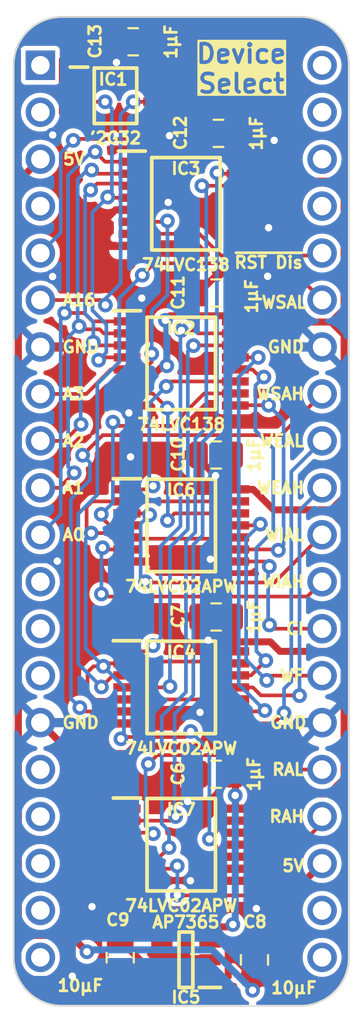
<source format=kicad_pcb>
(kicad_pcb (version 20221018) (generator pcbnew)
  (layers (0 "F.Cu" signal) (31 "B.Cu" signal) (36 "B.SilkS" user "B.Silkscreen") (37 "F.SilkS" user "F.Silkscreen") (38 "B.Mask" user) (39 "F.Mask" user) (44 "Edge.Cuts" user))
  (net 0 "")
  (net 1 "/5V")
  (net 2 "/GND")
  (net 3 "/3.3V")
  (net 10 "/Config ~{CS}")
  (net 11 "/Device ~{CS}")
  (net 12 "/A16")
  (net 13 "/A0")
  (net 14 "/A1")
  (net 15 "/A2")
  (net 16 "/A3")
  (net 17 "/Write Flags ~{CS}")
  (net 18 "/Clear Interrupt ~{CS}")
  (net 19 "/Write Interrupt Address High ~{CS}")
  (net 20 "/Write Interrupt Address Low ~{CS}")
  (net 21 "/Write End Address High ~{CS}")
  (net 22 "/Write End Address Low ~{CS}")
  (net 23 "/Write Start Address High ~{CS}")
  (net 24 "/Write Start Address Low ~{CS}")
  (net 25 "/Reset Disable ~{CS}")
  (net 31 "/Read Address High ~{CS}")
  (net 32 "/Read Address Low ~{CS}")
  (net 33 "/~{WD}")
  (net 34 "/Write Start Address Low")
  (net 35 "/Write Start Address High")
  (net 36 "/Write End Address Low")
  (net 37 "/Write End Address High")
  (net 38 "/Write Interrupt Address Low")
  (net 39 "/Write Interrupt Address High")
  (net 40 "/Clear Interrupt")
  (net 41 "/Write Flags")
  (net 42 "/~{RD}")
  (net 43 "/Read Address Low")
  (net 44 "/Read Address High")
  (footprint "SamacSys_Parts:SOP65P640X110-14N" (layer "F.Cu") (at 96.52 100.584)
    (fp_text reference "IC7")
    (fp_text value "74LVC02APW,118" hide)
  )
  (footprint "SamacSys_Parts:SOP65P640X110-14N" (layer "F.Cu") (at 96.52 92.075)
    (fp_text reference "IC4")
    (fp_text value "74LVC02APW,118" hide)
  )
  (footprint "SamacSys_Parts:SOP65P640X110-16N" (layer "F.Cu") (at 96.52 74.549)
    (fp_text reference "IC2")
    (fp_text value "74LVC138APW-Q100J" hide)
  )
  (footprint "SamacSys_Parts:C_0805" (layer "F.Cu") (at 98.425 88.265 90)
    (fp_text reference "C7")
    (fp_text value "1μF")
  )
  (footprint "SamacSys_Parts:C_0805" (layer "F.Cu") (at 98.425 79.502 90)
    (fp_text reference "C10")
    (fp_text value "1μF")
  )
  (footprint "SamacSys_Parts:C_0805" (layer "F.Cu") (at 98.552 62.103 90)
    (fp_text reference "C12")
    (fp_text value "1μF")
  )
  (footprint "SamacSys_Parts:C_0805" (layer "F.Cu") (at 98.425 70.739 90)
    (fp_text reference "C11")
    (fp_text value "1μF")
  )
  (footprint "SamacSys_Parts:C_0805" (layer "F.Cu") (at 100.4824 106.8324)
    (fp_text reference "C8")
    (fp_text value "10µF")
  )
  (footprint "SamacSys_Parts:C_0805" (layer "F.Cu") (at 98.425 96.774 90)
    (fp_text reference "C6")
    (fp_text value "1μF")
  )
  (footprint "SamacSys_Parts:SOP65P640X110-16N" (layer "F.Cu") (at 96.774 65.913)
    (fp_text reference "IC3")
    (fp_text value "74LVC138APW-Q100J" hide)
  )
  (footprint "SamacSys_Parts:SOP65P640X110-14N" (layer "F.Cu") (at 96.52 83.312)
    (fp_text reference "IC6")
    (fp_text value "74LVC02APW,118" hide)
  )
  (footprint "SamacSys_Parts:C_0805" (layer "F.Cu") (at 93.935 57.15 90)
    (fp_text reference "C13")
    (fp_text value "1μF")
  )
  (footprint "SamacSys_Parts:SOP65P400X110-8N" (layer "F.Cu") (at 92.964 60.071)
    (fp_text reference "IC1")
    (fp_text value "74LVC2G32DP,125" hide)
  )
  (footprint "SamacSys_Parts:C_0805" (layer "F.Cu") (at 93.218 106.68 180)
    (fp_text reference "C9")
    (fp_text value "10µF")
  )
  (footprint "SamacSys_Parts:SOT95P285X130-5N" (layer "F.Cu") (at 96.774 106.807 180)
    (fp_text reference "IC5")
    (fp_text value "AP7365-33WG-7" hide)
  )
  (footprint "SamacSys_Parts:DIP-40_Board_W15.24mm" (layer "F.Cu") (at 88.9 58.42)
    (fp_text reference "J2" hide)
    (fp_text value "Conn_02x20_Counter_Clockwise" hide)
  )
  (gr_line (start 102.971601 109.293733) (end 90.068401 109.293733) (stroke (width 0.1)) (layer "Edge.Cuts"))
  (gr_line (start 90.0684 55.806268) (end 102.9716 55.806268) (stroke (width 0.1)) (layer "Edge.Cuts"))
  (gr_line (start 87.454668 106.68) (end 87.454668 58.42) (stroke (width 0.1)) (layer "Edge.Cuts"))
  (gr_arc (start 105.585333 106.680001) (mid 104.819788 108.528188) (end 102.971601 109.293733) (stroke (width 0.1)) (layer "Edge.Cuts"))
  (gr_arc (start 87.454668 58.42) (mid 88.220212 56.571812) (end 90.0684 55.806268) (stroke (width 0.1)) (layer "Edge.Cuts"))
  (gr_arc (start 90.068401 109.293733) (mid 88.220212 108.528189) (end 87.454668 106.68) (stroke (width 0.1)) (layer "Edge.Cuts"))
  (gr_arc (start 102.9716 55.806268) (mid 104.819788 56.571812) (end 105.585332 58.42) (stroke (width 0.1)) (layer "Edge.Cuts"))
  (gr_line (start 105.585333 106.680001) (end 105.585332 58.42) (stroke (width 0.1)) (layer "Edge.Cuts"))
  (gr_text "RAL" (at 103.251 96.52) (layer "F.SilkS") (effects (font (size 0.635 0.635)) (justify right)))
  (gr_text "5V" (at 103.251 101.727) (layer "F.SilkS") (effects (font (size 0.635 0.635)) (justify right)))
  (gr_text "A2" (at 90.0176 78.74) (layer "F.SilkS") (effects (font (size 0.635 0.635)) (justify left)))
  (gr_text "WIAL" (at 103.251 83.82) (layer "F.SilkS") (effects (font (size 0.635 0.635)) (justify right)))
  (gr_text "GND" (at 103.251 73.66) (layer "F.SilkS") (effects (font (size 0.635 0.635)) (justify right)))
  (gr_text "GND" (at 90.0176 93.98) (layer "F.SilkS") (effects (font (size 0.635 0.635)) (justify left)))
  (gr_text "A1" (at 90.0176 81.28) (layer "F.SilkS") (effects (font (size 0.635 0.635)) (justify left)))
  (gr_text "A3" (at 90.0176 76.2) (layer "F.SilkS") (effects (font (size 0.635 0.635)) (justify left)))
  (gr_text "A16" (at 90.0176 71.12) (layer "F.SilkS") (effects (font (size 0.635 0.635)) (justify left)))
  (gr_text "WIAH" (at 103.251 86.36) (layer "F.SilkS") (effects (font (size 0.635 0.635)) (justify right)))
  (gr_text "~{RST Dis}" (at 103.1748 69.088) (layer "F.SilkS") (effects (font (size 0.635 0.635)) (justify right)))
  (gr_text "CI" (at 103.251 88.9) (layer "F.SilkS") (effects (font (size 0.635 0.635)) (justify right)))
  (gr_text "WEAH" (at 103.251 81.28) (layer "F.SilkS") (effects (font (size 0.635 0.635)) (justify right)))
  (gr_text "WF" (at 103.251 91.44) (layer "F.SilkS") (effects (font (size 0.635 0.635)) (justify right)))
  (gr_text "A0" (at 90.0176 83.82) (layer "F.SilkS") (effects (font (size 0.635 0.635)) (justify left)))
  (gr_text "WSAL" (at 103.378 71.247) (layer "F.SilkS") (effects (font (size 0.635 0.635)) (justify right)))
  (gr_text "WSAH" (at 103.251 76.2) (layer "F.SilkS") (effects (font (size 0.635 0.635)) (justify right)))
  (gr_text "Device\nSelect" (at 99.7712 59.9948) (layer "F.SilkS" knockout) (effects (font (size 1 1) (thickness 0.2) bold) (justify bottom)))
  (gr_text "RAH" (at 103.251 99.06) (layer "F.SilkS") (effects (font (size 0.635 0.635)) (justify right)))
  (gr_text "GND" (at 103.378 93.98) (layer "F.SilkS") (effects (font (size 0.635 0.635)) (justify right)))
  (gr_text "WEAL" (at 103.251 78.74) (layer "F.SilkS") (effects (font (size 0.635 0.635)) (justify right)))
  (gr_text "GND" (at 90.0176 73.66) (layer "F.SilkS") (effects (font (size 0.635 0.635)) (justify left)))
  (gr_text "5V" (at 90.043 63.5) (layer "F.SilkS") (effects (font (size 0.635 0.635)) (justify left)))
  (segment (start 101.5974 104.1426) (end 101.5974 107.241404) (width 0.38) (layer "F.Cu") (net 1))
  (segment (start 101.5974 107.241404) (end 100.3808 108.458004) (width 0.38) (layer "F.Cu") (net 1))
  (segment (start 104.14 101.6) (end 101.5974 104.1426) (width 0.38) (layer "F.Cu") (net 1))
  (segment (start 88.9 63.5) (end 87.71 64.69) (width 0.38) (layer "F.Cu") (net 1))
  (segment (start 87.71 104.728) (end 88.472 105.49) (width 0.38) (layer "F.Cu") (net 1))
  (segment (start 99.06 106.807) (end 99.06 107.726) (width 0.38) (layer "F.Cu") (net 1))
  (segment (start 98.074 105.857) (end 99.029 105.857) (width 0.38) (layer "F.Cu") (net 1))
  (segment (start 99.029 105.857) (end 99.06 105.888) (width 0.38) (layer "F.Cu") (net 1))
  (segment (start 99.4918 106.807) (end 99.06 106.807) (width 0.38) (layer "F.Cu") (net 1))
  (segment (start 99.029 107.757) (end 98.074 107.757) (width 0.38) (layer "F.Cu") (net 1))
  (segment (start 87.71 64.69) (end 87.71 104.728) (width 0.38) (layer "F.Cu") (net 1))
  (segment (start 99.06 105.888) (end 99.06 106.807) (width 0.38) (layer "F.Cu") (net 1))
  (segment (start 100.0194 107.3346) (end 99.4918 106.807) (width 0.38) (layer "F.Cu") (net 1))
  (segment (start 99.06 107.726) (end 99.029 107.757) (width 0.38) (layer "F.Cu") (net 1))
  (segment (start 100.0194 107.7664) (end 100.0194 107.3346) (width 0.38) (layer "F.Cu") (net 1))
  (segment (start 88.472 105.49) (end 90.532 105.49) (width 0.38) (layer "F.Cu") (net 1))
  (segment (start 90.532 105.49) (end 91.4172 106.3752) (width 0.38) (layer "F.Cu") (net 1))
  (via (at 91.4172 106.3752) (size 0.8) (drill 0.4) (layers "F.Cu" "B.Cu") (net 1))
  (via (at 100.3808 108.458004) (size 0.8) (drill 0.4) (layers "F.Cu" "B.Cu") (net 1))
  (segment (start 98.196396 106.2736) (end 91.5188 106.2736) (width 0.38) (layer "B.Cu") (net 1))
  (segment (start 91.5188 106.2736) (end 91.4172 106.3752) (width 0.38) (layer "B.Cu") (net 1))
  (segment (start 100.3808 108.458004) (end 98.196396 106.2736) (width 0.38) (layer "B.Cu") (net 1))
  (segment (start 90.6772 107.646) (end 90.6272 107.696) (width 0.38) (layer "F.Cu") (net 2))
  (segment (start 94.3864 71.0184) (end 93.218 69.85) (width 0.38) (layer "F.Cu") (net 2))
  (segment (start 90.134 61.046) (end 90.134 61.62313) (width 0.38) (layer "F.Cu") (net 2))
  (segment (start 97.459 96.774) (end 97.459 97.652604) (width 0.38) (layer "F.Cu") (net 2))
  (segment (start 102.7404 95.3796) (end 101.475971 95.3796) (width 0.38) (layer "F.Cu") (net 2))
  (segment (start 97.586 62.103) (end 96.012 62.103) (width 0.38) (layer "F.Cu") (net 2))
  (segment (start 100.584 104.0384) (end 100.553013 104.069387) (width 0.38) (layer "F.Cu") (net 2))
  (segment (start 89.881954 85.309954) (end 89.8144 85.2424) (width 0.38) (layer "F.Cu") (net 2))
  (segment (start 93.582 85.262) (end 97.9736 85.262) (width 0.38) (layer "F.Cu") (net 2))
  (segment (start 95.353177 65.838823) (end 95.813625 65.838823) (width 0.38) (layer "F.Cu") (net 2))
  (segment (start 92.5068 67.9508) (end 92.744 68.188) (width 0.38) (layer "F.Cu") (net 2))
  (segment (start 93.849 69.219) (end 93.218 69.85) (width 0.38) (layer "F.Cu") (net 2))
  (segment (start 96.012 62.103) (end 95.885 62.23) (width 0.38) (layer "F.Cu") (net 2))
  (segment (start 100.4824 104.14) (end 100.584 104.0384) (width 0.38) (layer "F.Cu") (net 2))
  (segment (start 90.134 61.62313) (end 89.566559 62.190571) (width 0.38) (layer "F.Cu") (net 2))
  (segment (start 93.595 76.824) (end 93.595 77.132001) (width 0.38) (layer "F.Cu") (net 2))
  (segment (start 93.218 107.646) (end 90.6772 107.646) (width 0.38) (layer "F.Cu") (net 2))
  (segment (start 96.345771 94.025) (end 96.945763 93.425008) (width 0.38) (layer "F.Cu") (net 2))
  (segment (start 97.459 97.652604) (end 96.864404 98.2472) (width 0.38) (layer "F.Cu") (net 2))
  (segment (start 100.983596 69.624) (end 101.1936 69.834004) (width 0.38) (layer "F.Cu") (net 2))
  (segment (start 98.3692 80.6196) (end 98.377006 80.6196) (width 0.38) (layer "F.Cu") (net 2))
  (segment (start 93.534046 85.309954) (end 89.881954 85.309954) (width 0.38) (layer "F.Cu") (net 2))
  (segment (start 92.5068 66.7004) (end 92.5068 67.9508) (width 0.38) (layer "F.Cu") (net 2))
  (segment (start 94.084 56.035) (end 95.4558 56.035) (width 0.38) (layer "F.Cu") (net 2))
  (segment (start 93.582 85.262) (end 93.534046 85.309954) (width 0.38) (layer "F.Cu") (net 2))
  (segment (start 93.8784 79.502) (end 93.7768 79.6036) (width 0.38) (layer "F.Cu") (net 2))
  (segment (start 93.593725 102.522275) (end 97.005087 102.522275) (width 0.38) (layer "F.Cu") (net 2))
  (segment (start 93.849 68.188) (end 93.849 69.219) (width 0.38) (layer "F.Cu") (net 2))
  (segment (start 96.945763 93.425008) (end 97.536 93.425008) (width 0.38) (layer "F.Cu") (net 2))
  (segment (start 97.9736 85.262) (end 98.0948 85.1408) (width 0.38) (layer "F.Cu") (net 2))
  (segment (start 90.09 61.002) (end 90.134 61.046) (width 0.38) (layer "F.Cu") (net 2))
  (segment (start 90.5764 95.6564) (end 88.9 93.98) (width 0.38) (layer "F.Cu") (net 2))
  (segment (start 100.4824 105.8664) (end 100.4824 104.14) (width 0.38) (layer "F.Cu") (net 2))
  (segment (start 90.134 61.046) (end 90.989 61.046) (width 0.38) (layer "F.Cu") (net 2))
  (segment (start 97.459 70.739) (end 98.574 69.624) (width 0.38) (layer "F.Cu") (net 2))
  (segment (start 92.969 57.15) (end 91.059 57.15) (width 0.38) (layer "F.Cu") (net 2))
  (segment (start 100.553013 104.069387) (end 96.670521 104.069387) (width 0.38) (layer "F.Cu") (net 2))
  (segment (start 96.637633 104.102275) (end 91.859475 104.102275) (width 0.38) (layer "F.Cu") (net 2))
  (segment (start 101.5492 62.1284) (end 101.5492 62.484) (width 0.38) (layer "F.Cu") (net 2))
  (segment (start 92.969 57.15) (end 94.084 56.035) (width 0.38) (layer "F.Cu") (net 2))
  (segment (start 92.744 68.188) (end 93.849 68.188) (width 0.38) (layer "F.Cu") (net 2))
  (segment (start 91.859475 104.102275) (end 91.694 103.9368) (width 0.38) (layer "F.Cu") (net 2))
  (segment (start 97.005087 102.522275) (end 97.016812 102.534) (width 0.38) (layer "F.Cu") (net 2))
  (segment (start 98.574 69.624) (end 100.983596 69.624) (width 0.38) (layer "F.Cu") (net 2))
  (segment (start 94.6658 70.739) (end 94.3864 71.0184) (width 0.38) (layer "F.Cu") (net 2))
  (segment (start 94.954 66.238) (end 95.353177 65.838823) (width 0.38) (layer "F.Cu") (net 2))
  (segment (start 93.5736 95.6564) (end 90.5764 95.6564) (width 0.38) (layer "F.Cu") (net 2))
  (segment (start 92.969 57.15) (end 92.969 58.221824) (width 0.38) (layer "F.Cu") (net 2))
  (segment (start 98.0948 93.98) (end 98.0948 95.25) (width 0.38) (layer "F.Cu") (net 2))
  (segment (start 93.218 69.85) (end 89.5604 69.85) (width 0.38) (layer "F.Cu") (net 2))
  (segment (start 90.09 58.119) (end 90.09 61.002) (width 0.38) (layer "F.Cu") (net 2))
  (segment (start 101.346371 95.25) (end 98.0948 95.25) (width 0.38) (layer "F.Cu") (net 2))
  (segment (start 98.0948 95.25) (end 93.98 95.25) (width 0.38) (layer "F.Cu") (net 2))
  (segment (start 93.98 95.25) (end 93.5736 95.6564) (width 0.38) (layer "F.Cu") (net 2))
  (segment (start 97.459 88.995929) (end 97.980239 89.517168) (width 0.38) (layer "F.Cu") (net 2))
  (segment (start 91.059 57.15) (end 90.09 58.119) (width 0.38) (layer "F.Cu") (net 2))
  (segment (start 92.9692 66.238) (end 92.5068 66.7004) (width 0.38) (layer "F.Cu") (net 2))
  (segment (start 97.459 79.7094) (end 98.3692 80.6196) (width 0.38) (layer "F.Cu") (net 2))
  (segment (start 93.595 77.132001) (end 93.687773 77.224774) (width 0.38) (layer "F.Cu") (net 2))
  (segment (start 97.536 93.425008) (end 97.539808 93.425008) (width 0.38) (layer "F.Cu") (net 2))
  (segment (start 96.670521 104.069387) (end 96.637633 104.102275) (width 0.38) (layer "F.Cu") (net 2))
  (segment (start 93.849 66.238) (end 94.954 66.238) (width 0.38) (layer "F.Cu") (net 2))
  (segment (start 93.582 94.025) (end 96.345771 94.025) (width 0.38) (layer "F.Cu") (net 2))
  (segment (start 93.849 66.238) (end 92.9692 66.238) (width 0.38) (layer "F.Cu") (net 2))
  (segment (start 101.475971 95.3796) (end 101.346371 95.25) (width 0.38) (layer "F.Cu") (net 2))
  (segment (start 92.969 58.221824) (end 93.014784 58.267608) (width 0.38) (layer "F.Cu") (net 2))
  (segment (start 97.459 88.265) (end 97.459 88.995929) (width 0.38) (layer "F.Cu") (net 2))
  (segment (start 97.459 70.739) (end 94.6658 70.739) (width 0.38) (layer "F.Cu") (net 2))
  (segment (start 104.14 93.98) (end 102.7404 95.3796) (width 0.38) (layer "F.Cu") (net 2))
  (segment (start 97.459 79.502) (end 93.8784 79.502) (width 0.38) (layer "F.Cu") (net 2))
  (segment (start 95.4558 56.035) (end 101.5492 62.1284) (width 0.38) (layer "F.Cu") (net 2))
  (segment (start 97.539808 93.425008) (end 98.0948 93.98) (width 0.38) (layer "F.Cu") (net 2))
  (via (at 95.813625 65.838823) (size 0.8) (drill 0.4) (layers "F.Cu" "B.Cu") (net 2))
  (via (at 89.5604 69.85) (size 0.8) (drill 0.4) (layers "F.Cu" "B.Cu") (net 2))
  (via (at 101.5492 62.484) (size 0.8) (drill 0.4) (layers "F.Cu" "B.Cu") (net 2))
  (via (at 101.1936 69.834004) (size 0.8) (drill 0.4) (layers "F.Cu" "B.Cu") (net 2))
  (via (at 100.584 104.0384) (size 0.8) (drill 0.4) (layers "F.Cu" "B.Cu") (net 2))
  (via (at 98.0948 85.1408) (size 0.8) (drill 0.4) (layers "F.Cu" "B.Cu") (net 2))
  (via (at 95.885 62.23) (size 0.8) (drill 0.4) (layers "F.Cu" "B.Cu") (net 2))
  (via (at 97.016812 102.534) (size 0.8) (drill 0.4) (layers "F.Cu" "B.Cu") (net 2))
  (via (at 94.3864 71.0184) (size 0.8) (drill 0.4) (layers "F.Cu" "B.Cu") (net 2))
  (via (at 90.6272 107.696) (size 0.8) (drill 0.4) (layers "F.Cu" "B.Cu") (net 2))
  (via (at 89.8144 85.2424) (size 0.8) (drill 0.4) (layers "F.Cu" "B.Cu") (net 2))
  (via (at 93.014784 58.267608) (size 0.8) (drill 0.4) (layers "F.Cu" "B.Cu") (net 2))
  (via (at 97.980239 89.517168) (size 0.8) (drill 0.4) (layers "F.Cu" "B.Cu") (net 2))
  (via (at 98.377006 80.6196) (size 0.8) (drill 0.4) (layers "F.Cu" "B.Cu") (net 2))
  (via (at 91.694 103.9368) (size 0.8) (drill 0.4) (layers "F.Cu" "B.Cu") (net 2))
  (via (at 93.7768 79.6036) (size 0.8) (drill 0.4) (layers "F.Cu" "B.Cu") (net 2))
  (via (at 93.687773 77.224774) (size 0.8) (drill 0.4) (layers "F.Cu" "B.Cu") (net 2))
  (via (at 101.2444 67.2084) (size 0.8) (drill 0.4) (layers "F.Cu" "B.Cu") (net 2))
  (via (at 97.536 93.425008) (size 0.8) (drill 0.4) (layers "F.Cu" "B.Cu") (net 2))
  (via (at 96.864404 98.2472) (size 0.8) (drill 0.4) (layers "F.Cu" "B.Cu") (net 2))
  (via (at 89.566559 62.190571) (size 0.8) (drill 0.4) (layers "F.Cu" "B.Cu") (net 2))
  (segment (start 88.482229 62.190571) (end 87.71 62.9628) (width 0.38) (layer "B.Cu") (net 2))
  (segment (start 93.7768 79.6036) (end 93.7768 77.313801) (width 0.38) (layer "B.Cu") (net 2))
  (segment (start 87.71 62.9628) (end 87.71 69.072915) (width 0.38) (layer "B.Cu") (net 2))
  (segment (start 99.9236 64.1096) (end 101.1936 65.3796) (width 0.38) (layer "B.Cu") (net 2))
  (segment (start 87.71 92.79) (end 88.9 93.98) (width 0.38) (layer "B.Cu") (net 2))
  (segment (start 97.092843 102.457969) (end 97.092843 98.475639) (width 0.38) (layer "B.Cu") (net 2))
  (segment (start 97.016812 102.534) (end 97.092843 102.457969) (width 0.38) (layer "B.Cu") (net 2))
  (segment (start 104.1146 73.66) (end 101.1936 70.739) (width 0.38) (layer "B.Cu") (net 2))
  (segment (start 95.885 62.23) (end 95.885 59.9694) (width 0.38) (layer "B.Cu") (net 2))
  (segment (start 89.8144 85.2424) (end 89.742 85.17) (width 0.38) (layer "B.Cu") (net 2))
  (segment (start 98.6536 84.582) (end 98.6536 80.896194) (width 0.38) (layer "B.Cu") (net 2))
  (segment (start 95.885 65.767448) (end 95.813625 65.838823) (width 0.38) (layer "B.Cu") (net 2))
  (segment (start 89.5604 69.85) (end 88.487085 69.85) (width 0.38) (layer "B.Cu") (net 2))
  (segment (start 88.9 73.66) (end 87.71 74.85) (width 0.38) (layer "B.Cu") (net 2))
  (segment (start 93.7768 77.313801) (end 93.687773 77.224774) (width 0.38) (layer "B.Cu") (net 2))
  (segment (start 98.044 62.23) (end 99.9236 64.1096) (width 0.38) (layer "B.Cu") (net 2))
  (segment (start 87.7316 85.17) (end 87.71 85.1916) (width 0.38) (layer "B.Cu") (net 2))
  (segment (start 98.0948 85.1408) (end 98.6536 84.582) (width 0.38) (layer "B.Cu") (net 2))
  (segment (start 95.885 62.23) (end 95.885 65.767448) (width 0.38) (layer "B.Cu") (net 2))
  (segment (start 98.6536 80.896194) (end 98.377006 80.6196) (width 0.38) (layer "B.Cu") (net 2))
  (segment (start 105.33 92.79) (end 105.33 74.85) (width 0.38) (layer "B.Cu") (net 2))
  (segment (start 104.14 93.98) (end 105.33 92.79) (width 0.38) (layer "B.Cu") (net 2))
  (segment (start 89.566559 62.190571) (end 88.482229 62.190571) (width 0.38) (layer "B.Cu") (net 2))
  (segment (start 87.757156 107.400218) (end 87.687192 107.116366) (width 0.38) (layer "B.Cu") (net 2))
  (segment (start 101.2444 67.2084) (end 101.1936 67.2592) (width 0.38) (layer "B.Cu") (net 2))
  (segment (start 88.487085 69.85) (end 87.71 70.627085) (width 0.38) (layer "B.Cu") (net 2))
  (segment (start 87.71 69.072915) (end 88.487085 69.85) (width 0.38) (layer "B.Cu") (net 2))
  (segment (start 93.7768 77.135747) (end 93.687773 77.224774) (width 0.38) (layer "B.Cu") (net 2))
  (segment (start 101.1936 67.1576) (end 101.2444 67.2084) (width 0.38) (layer "B.Cu") (net 2))
  (segment (start 89.742 85.17) (end 87.7316 85.17) (width 0.38) (layer "B.Cu") (net 2))
  (segment (start 100.584 104.0384) (end 100.584 97.536) (width 0.38) (layer "B.Cu") (net 2))
  (segment (start 97.980239 92.980769) (end 97.536 93.425008) (width 0.38) (layer "B.Cu") (net 2))
  (segment (start 105.33 74.85) (end 104.14 73.66) (width 0.38) (layer "B.Cu") (net 2))
  (segment (start 91.694 103.9368) (end 91.694 104.2416) (width 0.38) (layer "B.Cu") (net 2))
  (segment (start 101.1936 65.3796) (end 101.1936 67.1576) (width 0.38) (layer "B.Cu") (net 2))
  (segment (start 87.687192 95.192808) (end 88.9 93.98) (width 0.38) (layer "B.Cu") (net 2))
  (segment (start 97.980239 89.517168) (end 97.980239 92.980769) (width 0.38) (layer "B.Cu") (net 2))
  (segment (start 91.694 104.2416) (end 90.6272 105.3084) (width 0.38) (layer "B.Cu") (net 2))
  (segment (start 94.183208 58.267608) (end 93.014784 58.267608) (width 0.38) (layer "B.Cu") (net 2))
  (segment (start 99.9236 64.1096) (end 101.5492 62.484) (width 0.38) (layer "B.Cu") (net 2))
  (segment (start 95.885 59.9694) (end 94.183208 58.267608) (width 0.38) (layer "B.Cu") (net 2))
  (segment (start 97.980239 85.255361) (end 98.0948 85.1408) (width 0.38) (layer "B.Cu") (net 2))
  (segment (start 95.885 62.23) (end 98.044 62.23) (width 0.38) (layer "B.Cu") (net 2))
  (segment (start 97.092843 98.475639) (end 96.864404 98.2472) (width 0.38) (layer "B.Cu") (net 2))
  (segment (start 101.1936 70.739) (end 101.1936 69.834004) (width 0.38) (layer "B.Cu") (net 2))
  (segment (start 87.71 85.1916) (end 87.71 92.79) (width 0.38) (layer "B.Cu") (net 2))
  (segment (start 90.4532 107.87) (end 88.226938 107.87) (width 0.38) (layer "B.Cu") (net 2))
  (segment (start 90.6272 107.696) (end 90.4532 107.87) (width 0.38) (layer "B.Cu") (net 2))
  (segment (start 87.71 74.85) (end 87.71 85.1916) (width 0.38) (layer "B.Cu") (net 2))
  (segment (start 100.584 97.536) (end 104.14 93.98) (width 0.38) (layer "B.Cu") (net 2))
  (segment (start 87.71 72.47) (end 88.9 73.66) (width 0.38) (layer "B.Cu") (net 2))
  (segment (start 90.6272 105.3084) (end 90.6272 107.696) (width 0.38) (layer "B.Cu") (net 2))
  (segment (start 94.3864 71.0184) (end 93.7768 71.628) (width 0.38) (layer "B.Cu") (net 2))
  (segment (start 88.226938 107.87) (end 87.757156 107.400218) (width 0.38) (layer "B.Cu") (net 2))
  (segment (start 87.71 70.627085) (end 87.71 72.47) (width 0.38) (layer "B.Cu") (net 2))
  (segment (start 87.687192 107.116366) (end 87.687192 95.192808) (width 0.38) (layer "B.Cu") (net 2))
  (segment (start 97.980239 89.517168) (end 97.980239 85.255361) (width 0.38) (layer "B.Cu") (net 2))
  (segment (start 101.1936 67.2592) (end 101.1936 69.834004) (width 0.38) (layer "B.Cu") (net 2))
  (segment (start 93.7768 71.628) (end 93.7768 77.135747) (width 0.38) (layer "B.Cu") (net 2))
  (segment (start 105.33 65.387085) (end 104.632915 64.69) (width 0.38) (layer "F.Cu") (net 3))
  (segment (start 99.5088 89.6112) (end 99.458 89.662) (width 0.38) (layer "F.Cu") (net 3))
  (segment (start 104.632915 72.31) (end 105.33 71.612915) (width 0.38) (layer "F.Cu") (net 3))
  (segment (start 100.5505 101.884) (end 99.458 101.884) (width 0.38) (layer "F.Cu") (net 3))
  (segment (start 104.667915 90.125) (end 105.33 89.462915) (width 0.38) (layer "F.Cu") (net 3))
  (segment (start 100.5855 101.849) (end 100.5505 101.884) (width 0.38) (layer "F.Cu") (net 3))
  (segment (start 105.33 73.007085) (end 104.632915 72.31) (width 0.38) (layer "F.Cu") (net 3))
  (segment (start 95.229 107.757) (end 93.218 105.746) (width 0.38) (layer "F.Cu") (net 3))
  (segment (start 99.458 89.662) (end 99.458 90.125) (width 0.38) (layer "F.Cu") (net 3))
  (segment (start 104.667915 90.125) (end 101.855801 90.125) (width 0.38) (layer "F.Cu") (net 3))
  (segment (start 100.5755 99.934) (end 99.458 99.934) (width 0.38) (layer "F.Cu") (net 3))
  (segment (start 94.830503 75.364) (end 95.518503 74.676) (width 0.38) (layer "F.Cu") (net 3))
  (segment (start 105.33 71.612915) (end 105.33 65.387085) (width 0.38) (layer "F.Cu") (net 3))
  (segment (start 99.187 105.029) (end 99.314 104.902) (width 0.38) (layer "F.Cu") (net 3))
  (segment (start 104.502115 97.8408) (end 101.7016 97.8408) (width 0.38) (layer "F.Cu") (net 3))
  (segment (start 101.342001 89.6112) (end 99.5088 89.6112) (width 0.38) (layer "F.Cu") (net 3))
  (segment (start 100.5855 98.644) (end 100.5855 99.924) (width 0.38) (layer "F.Cu") (net 3))
  (segment (start 105.33 89.462915) (end 105.33 83.2828) (width 0.38) (layer "F.Cu") (net 3))
  (segment (start 100.412 81.362) (end 99.458 81.362) (width 0.38) (layer "F.Cu") (net 3))
  (segment (start 93.935 105.029) (end 99.187 105.029) (width 0.38) (layer "F.Cu") (net 3))
  (segment (start 99.486 62.103) (end 99.486 63.425) (width 0.38) (layer "F.Cu") (net 3))
  (segment (start 99.458 90.125) (end 99.458 88.364) (width 0.38) (layer "F.Cu") (net 3))
  (segment (start 99.445 72.274) (end 99.143821 71.972821) (width 0.38) (layer "F.Cu") (net 3))
  (segment (start 100.804 63.638) (end 99.699 63.638) (width 0.38) (layer "F.Cu") (net 3))
  (segment (start 99.445 72.274) (end 100.7004 72.274) (width 0.38) (layer "F.Cu") (net 3))
  (segment (start 99.458 97.9) (end 99.458 96.873) (width 0.38) (layer "F.Cu") (net 3))
  (segment (start 100.5505 99.934) (end 100.5855 99.969) (width 0.38) (layer "F.Cu") (net 3))
  (segment (start 104.632915 82.47) (end 105.33 81.772915) (width 0.38) (layer "F.Cu") (net 3))
  (segment (start 100.5855 99.924) (end 100.5755 99.934) (width 0.38) (layer "F.Cu") (net 3))
  (segment (start 104.632915 64.69) (end 101.856 64.69) (width 0.38) (layer "F.Cu") (net 3))
  (segment (start 94.814719 75.364) (end 94.830503 75.364) (width 0.38) (layer "F.Cu") (net 3))
  (segment (start 93.218 105.746) (end 93.935 105.029) (width 0.38) (layer "F.Cu") (net 3))
  (segment (start 101.7016 97.8408) (end 100.6348 96.774) (width 0.38) (layer "F.Cu") (net 3))
  (segment (start 104.5172 82.47) (end 104.3432 82.47) (width 0.38) (layer "F.Cu") (net 3))
  (segment (start 99.458 97.934) (end 99.441 97.917) (width 0.38) (layer "F.Cu") (net 3))
  (segment (start 99.458 81.362) (end 99.458 79.601) (width 0.38) (layer "F.Cu") (net 3))
  (segment (start 93.63 75.559) (end 94.619719 75.559) (width 0.38) (layer "F.Cu") (net 3))
  (segment (start 99.458 98.634) (end 99.458 97.934) (width 0.38) (layer "F.Cu") (net 3))
  (segment (start 101.52 82.47) (end 100.412 81.362) (width 0.38) (layer "F.Cu") (net 3))
  (segment (start 104.667915 90.125) (end 105.33 90.787085) (width 0.38) (layer "F.Cu") (net 3))
  (segment (start 104.632915 72.31) (end 100.7364 72.31) (width 0.38) (layer "F.Cu") (net 3))
  (segment (start 105.33 90.787085) (end 105.33 97.012915) (width 0.38) (layer "F.Cu") (net 3))
  (segment (start 104.3432 82.47) (end 104.632915 82.47) (width 0.38) (layer "F.Cu") (net 3))
  (segment (start 101.855801 90.125) (end 101.342001 89.6112) (width 0.38) (layer "F.Cu") (net 3))
  (segment (start 100.7004 72.274) (end 100.7364 72.31) (width 0.38) (layer "F.Cu") (net 3))
  (segment (start 105.33 83.2828) (end 104.5172 82.47) (width 0.38) (layer "F.Cu") (net 3))
  (segment (start 99.458 98.634) (end 100.5755 98.634) (width 0.38) (layer "F.Cu") (net 3))
  (segment (start 99.359 72.188) (end 99.445 72.274) (width 0.38) (layer "F.Cu") (net 3))
  (segment (start 104.3432 82.47) (end 101.52 82.47) (width 0.38) (layer "F.Cu") (net 3))
  (segment (start 99.441 97.917) (end 99.458 97.9) (width 0.38) (layer "F.Cu") (net 3))
  (segment (start 101.856 64.69) (end 100.804 63.638) (width 0.38) (layer "F.Cu") (net 3))
  (segment (start 95.518503 74.676) (end 95.738404 74.676) (width 0.38) (layer "F.Cu") (net 3))
  (segment (start 94.619719 75.559) (end 94.814719 75.364) (width 0.38) (layer "F.Cu") (net 3))
  (segment (start 99.143821 71.972821) (end 95.909168 71.972821) (width 0.38) (layer "F.Cu") (net 3))
  (segment (start 99.359 70.739) (end 99.359 72.188) (width 0.38) (layer "F.Cu") (net 3))
  (segment (start 95.909168 71.972821) (end 95.663632 72.218357) (width 0.38) (layer "F.Cu") (net 3))
  (segment (start 100.5855 99.969) (end 100.5855 101.849) (width 0.38) (layer "F.Cu") (net 3))
  (segment (start 105.33 97.012915) (end 104.502115 97.8408) (width 0.38) (layer "F.Cu") (net 3))
  (segment (start 100.5755 98.634) (end 100.5855 98.644) (width 0.38) (layer "F.Cu") (net 3))
  (segment (start 100.6348 96.774) (end 99.359 96.774) (width 0.38) (layer "F.Cu") (net 3))
  (segment (start 99.486 63.425) (end 99.699 63.638) (width 0.38) (layer "F.Cu") (net 3))
  (segment (start 99.458 99.934) (end 100.5505 99.934) (width 0.38) (layer "F.Cu") (net 3))
  (segment (start 96.8404 59.096) (end 99.486 61.7416) (width 0.38) (layer "F.Cu") (net 3))
  (segment (start 94.939 59.096) (end 96.8404 59.096) (width 0.38) (layer "F.Cu") (net 3))
  (segment (start 94.939 59.096) (end 94.939 57.22) (width 0.38) (layer "F.Cu") (net 3))
  (segment (start 105.33 81.772915) (end 105.33 73.007085) (width 0.38) (layer "F.Cu") (net 3))
  (via (at 99.314 104.902) (size 0.8) (drill 0.4) (layers "F.Cu" "B.Cu") (net 3))
  (via (at 95.738404 74.676) (size 0.8) (drill 0.4) (layers "F.Cu" "B.Cu") (net 3))
  (via (at 95.663632 72.218357) (size 0.8) (drill 0.4) (layers "F.Cu" "B.Cu") (net 3))
  (via (at 99.441 97.917) (size 0.8) (drill 0.4) (layers "F.Cu" "B.Cu") (net 3))
  (segment (start 95.663632 72.218357) (end 95.738404 72.293129) (width 0.38) (layer "B.Cu") (net 3))
  (segment (start 95.738404 72.293129) (end 95.738404 74.676) (width 0.38) (layer "B.Cu") (net 3))
  (segment (start 99.441 104.775) (end 99.314 104.902) (width 0.38) (layer "B.Cu") (net 3))
  (segment (start 99.441 97.917) (end 99.441 104.775) (width 0.38) (layer "B.Cu") (net 3))
  (segment (start 92.1968 74.224) (end 93.595 74.224) (width 0.2) (layer "F.Cu") (net 10))
  (segment (start 92.0496 74.3712) (end 92.1968 74.224) (width 0.2) (layer "F.Cu") (net 10))
  (segment (start 93.849 65.588) (end 92.577368 65.588) (width 0.2) (layer "F.Cu") (net 10))
  (segment (start 92.4 60.396) (end 92.400002 60.396002) (width 0.2) (layer "F.Cu") (net 10))
  (segment (start 92.577368 65.588) (end 92.541339 65.551971) (width 0.2) (layer "F.Cu") (net 10))
  (segment (start 90.989 60.396) (end 92.4 60.396) (width 0.2) (layer "F.Cu") (net 10))
  (via (at 92.400002 60.396002) (size 0.8) (drill 0.4) (layers "F.Cu" "B.Cu") (net 10))
  (via (at 92.541339 65.551971) (size 0.8) (drill 0.4) (layers "F.Cu" "B.Cu") (net 10))
  (via (at 92.0496 74.3712) (size 0.8) (drill 0.4) (layers "F.Cu" "B.Cu") (net 10))
  (segment (start 92.400002 60.396002) (end 92.7672 60.7632) (width 0.2) (layer "B.Cu") (net 10))
  (segment (start 92.0496 74.3712) (end 92.4672 73.9536) (width 0.2) (layer "B.Cu") (net 10))
  (segment (start 92.7672 65.32611) (end 92.541339 65.551971) (width 0.2) (layer "B.Cu") (net 10))
  (segment (start 92.4672 73.9536) (end 92.4672 72.430459) (width 0.2) (layer "B.Cu") (net 10))
  (segment (start 91.717238 71.680497) (end 91.717238 66.376072) (width 0.2) (layer "B.Cu") (net 10))
  (segment (start 92.4672 72.430459) (end 91.717238 71.680497) (width 0.2) (layer "B.Cu") (net 10))
  (segment (start 92.7672 60.7632) (end 92.7672 65.32611) (width 0.2) (layer "B.Cu") (net 10))
  (segment (start 91.717238 66.376072) (end 92.541339 65.551971) (width 0.2) (layer "B.Cu") (net 10))
  (segment (start 90.678 62.484) (end 90.758238 62.403762) (width 0.2) (layer "F.Cu") (net 11))
  (segment (start 90.758238 62.403762) (end 93.581238 62.403762) (width 0.2) (layer "F.Cu") (net 11))
  (segment (start 93.581238 62.403762) (end 94.939 61.046) (width 0.2) (layer "F.Cu") (net 11))
  (via (at 90.678 62.484) (size 0.8) (drill 0.4) (layers "F.Cu" "B.Cu") (net 11))
  (segment (start 90 67.48) (end 90 63.162) (width 0.2) (layer "B.Cu") (net 11))
  (segment (start 90 63.162) (end 90.678 62.484) (width 0.2) (layer "B.Cu") (net 11))
  (segment (start 88.9 68.58) (end 90 67.48) (width 0.2) (layer "B.Cu") (net 11))
  (segment (start 92.146691 71.12) (end 92.417238 71.390547) (width 0.2) (layer "F.Cu") (net 12))
  (segment (start 93.923997 60.396) (end 93.923994 60.396003) (width 0.2) (layer "F.Cu") (net 12))
  (segment (start 94.939 60.396) (end 93.923997 60.396) (width 0.2) (layer "F.Cu") (net 12))
  (segment (start 88.9 71.12) (end 92.146691 71.12) (width 0.2) (layer "F.Cu") (net 12))
  (via (at 92.417238 71.390547) (size 0.8) (drill 0.4) (layers "F.Cu" "B.Cu") (net 12))
  (via (at 93.923994 60.396003) (size 0.8) (drill 0.4) (layers "F.Cu" "B.Cu") (net 12))
  (segment (start 93.923994 60.396003) (end 93.241339 61.078658) (width 0.2) (layer "B.Cu") (net 12))
  (segment (start 92.417238 71.050276) (end 92.417238 71.390547) (width 0.2) (layer "B.Cu") (net 12))
  (segment (start 93.241339 70.226175) (end 92.417238 71.050276) (width 0.2) (layer "B.Cu") (net 12))
  (segment (start 93.241339 61.078658) (end 93.241339 70.226175) (width 0.2) (layer "B.Cu") (net 12))
  (segment (start 92.399208 63.638) (end 91.86497 63.103762) (width 0.2) (layer "F.Cu") (net 13))
  (segment (start 93.849 63.638) (end 92.399208 63.638) (width 0.2) (layer "F.Cu") (net 13))
  (segment (start 91.719609 72.274) (end 91.265609 71.82) (width 0.2) (layer "F.Cu") (net 13))
  (segment (start 91.265609 71.82) (end 90.212262 71.82) (width 0.2) (layer "F.Cu") (net 13))
  (segment (start 93.595 72.274) (end 91.719609 72.274) (width 0.2) (layer "F.Cu") (net 13))
  (via (at 90.212262 71.82) (size 0.8) (drill 0.4) (layers "F.Cu" "B.Cu") (net 13))
  (via (at 91.86497 63.103762) (size 0.8) (drill 0.4) (layers "F.Cu" "B.Cu") (net 13))
  (segment (start 90 72.032262) (end 90.212262 71.82) (width 0.2) (layer "B.Cu") (net 13))
  (segment (start 90 82.72) (end 90 72.032262) (width 0.2) (layer "B.Cu") (net 13))
  (segment (start 88.9 83.82) (end 90 82.72) (width 0.2) (layer "B.Cu") (net 13))
  (segment (start 90.4 64.368699) (end 90.4 71.632262) (width 0.2) (layer "B.Cu") (net 13))
  (segment (start 90.4 71.632262) (end 90.212262 71.82) (width 0.2) (layer "B.Cu") (net 13))
  (segment (start 91.664937 63.103762) (end 90.4 64.368699) (width 0.2) (layer "B.Cu") (net 13))
  (segment (start 91.86497 63.103762) (end 91.664937 63.103762) (width 0.2) (layer "B.Cu") (net 13))
  (segment (start 92.104307 72.7028) (end 91.158459 72.7028) (width 0.2) (layer "F.Cu") (net 14))
  (segment (start 88.9 81.28) (end 89.916 81.28) (width 0.2) (layer "F.Cu") (net 14))
  (segment (start 91.876159 64.288) (end 91.673404 64.085245) (width 0.2) (layer "F.Cu") (net 14))
  (segment (start 91.158459 72.7028) (end 90.998059 72.5424) (width 0.2) (layer "F.Cu") (net 14))
  (segment (start 93.849 64.288) (end 91.876159 64.288) (width 0.2) (layer "F.Cu") (net 14))
  (segment (start 93.595 72.924) (end 92.325507 72.924) (width 0.2) (layer "F.Cu") (net 14))
  (segment (start 92.325507 72.924) (end 92.104307 72.7028) (width 0.2) (layer "F.Cu") (net 14))
  (segment (start 90.7288 80.4672) (end 90.7288 80.467196) (width 0.2) (layer "F.Cu") (net 14))
  (segment (start 89.916 81.28) (end 90.7288 80.4672) (width 0.2) (layer "F.Cu") (net 14))
  (via (at 91.673404 64.085245) (size 0.8) (drill 0.4) (layers "F.Cu" "B.Cu") (net 14))
  (via (at 90.998059 72.5424) (size 0.8) (drill 0.4) (layers "F.Cu" "B.Cu") (net 14))
  (via (at 90.7288 80.467196) (size 0.8) (drill 0.4) (layers "F.Cu" "B.Cu") (net 14))
  (segment (start 90.917238 72.461579) (end 90.998059 72.5424) (width 0.2) (layer "B.Cu") (net 14))
  (segment (start 90.917238 64.607612) (end 90.917238 72.461579) (width 0.2) (layer "B.Cu") (net 14))
  (segment (start 91.439605 64.085245) (end 90.917238 64.607612) (width 0.2) (layer "B.Cu") (net 14))
  (segment (start 90.4 80.138396) (end 90.7288 80.467196) (width 0.2) (layer "B.Cu") (net 14))
  (segment (start 91.673404 64.085245) (end 91.439605 64.085245) (width 0.2) (layer "B.Cu") (net 14))
  (segment (start 90.4 73.140459) (end 90.4 80.138396) (width 0.2) (layer "B.Cu") (net 14))
  (segment (start 90.998059 72.5424) (end 90.4 73.140459) (width 0.2) (layer "B.Cu") (net 14))
  (segment (start 91.937803 73.574) (end 91.766605 73.402802) (width 0.2) (layer "F.Cu") (net 15))
  (segment (start 91.965741 64.821311) (end 91.617238 65.169814) (width 0.2) (layer "F.Cu") (net 15))
  (segment (start 93.732311 64.821311) (end 91.965741 64.821311) (width 0.2) (layer "F.Cu") (net 15))
  (segment (start 90.203077 78.74) (end 91.1 77.843077) (width 0.2) (layer "F.Cu") (net 15))
  (segment (start 88.9 78.74) (end 90.203077 78.74) (width 0.2) (layer "F.Cu") (net 15))
  (segment (start 93.595 73.574) (end 91.937803 73.574) (width 0.2) (layer "F.Cu") (net 15))
  (via (at 91.1 77.843077) (size 0.8) (drill 0.4) (layers "F.Cu" "B.Cu") (net 15))
  (via (at 91.617238 65.169814) (size 0.8) (drill 0.4) (layers "F.Cu" "B.Cu") (net 15))
  (via (at 91.766605 73.402802) (size 0.8) (drill 0.4) (layers "F.Cu" "B.Cu") (net 15))
  (segment (start 91.766605 73.402802) (end 91.7672 73.402207) (width 0.2) (layer "B.Cu") (net 15))
  (segment (start 91.7672 73.402207) (end 91.7672 72.296145) (width 0.2) (layer "B.Cu") (net 15))
  (segment (start 91.080495 77.823572) (end 91.1 77.843077) (width 0.2) (layer "B.Cu") (net 15))
  (segment (start 91.317238 65.469814) (end 91.617238 65.169814) (width 0.2) (layer "B.Cu") (net 15))
  (segment (start 91.7672 72.296145) (end 91.317238 71.846182) (width 0.2) (layer "B.Cu") (net 15))
  (segment (start 91.317238 71.846182) (end 91.317238 65.469814) (width 0.2) (layer "B.Cu") (net 15))
  (segment (start 91.766605 73.402802) (end 91.080495 74.088912) (width 0.2) (layer "B.Cu") (net 15))
  (segment (start 91.080495 74.088912) (end 91.080495 77.823572) (width 0.2) (layer "B.Cu") (net 15))
  (segment (start 93.595 74.874) (end 92.7152 74.874) (width 0.2) (layer "F.Cu") (net 16))
  (segment (start 93.595 74.874) (end 94.52 74.874) (width 0.2) (layer "F.Cu") (net 16))
  (segment (start 93.849 66.888) (end 95.722998 66.888) (width 0.2) (layer "F.Cu") (net 16))
  (segment (start 92.7152 74.874) (end 91.3892 76.2) (width 0.2) (layer "F.Cu") (net 16))
  (segment (start 94.923982 74.470018) (end 94.923982 74.024763) (width 0.2) (layer "F.Cu") (net 16))
  (segment (start 91.3892 76.2) (end 88.9 76.2) (width 0.2) (layer "F.Cu") (net 16))
  (segment (start 95.722998 66.888) (end 95.772998 66.838) (width 0.2) (layer "F.Cu") (net 16))
  (segment (start 94.52 74.874) (end 94.923982 74.470018) (width 0.2) (layer "F.Cu") (net 16))
  (via (at 94.923982 74.024763) (size 0.8) (drill 0.4) (layers "F.Cu" "B.Cu") (net 16))
  (via (at 95.772998 66.838) (size 0.8) (drill 0.4) (layers "F.Cu" "B.Cu") (net 16))
  (segment (start 95.772998 70.851002) (end 95.772998 66.838) (width 0.2) (layer "B.Cu") (net 16))
  (segment (start 94.923982 74.024763) (end 94.923982 71.700018) (width 0.2) (layer "B.Cu") (net 16))
  (segment (start 94.923982 71.700018) (end 95.772998 70.851002) (width 0.2) (layer "B.Cu") (net 16))
  (segment (start 99.458 82.662) (end 96.160629 82.662) (width 0.2) (layer "F.Cu") (net 17))
  (segment (start 94.977995 76.174) (end 95.769198 76.965203) (width 0.2) (layer "F.Cu") (net 17))
  (segment (start 96.160629 82.662) (end 95.777006 83.045623) (width 0.2) (layer "F.Cu") (net 17))
  (segment (start 93.595 76.174) (end 94.977995 76.174) (width 0.2) (layer "F.Cu") (net 17))
  (via (at 95.769198 76.965203) (size 0.8) (drill 0.4) (layers "F.Cu" "B.Cu") (net 17))
  (via (at 95.777006 83.045623) (size 0.8) (drill 0.4) (layers "F.Cu" "B.Cu") (net 17))
  (segment (start 95.769198 76.965203) (end 95.797602 76.993607) (width 0.2) (layer "B.Cu") (net 17))
  (segment (start 95.797602 76.993607) (end 95.797602 83.025027) (width 0.2) (layer "B.Cu") (net 17))
  (segment (start 95.797602 83.025027) (end 95.777006 83.045623) (width 0.2) (layer "B.Cu") (net 17))
  (segment (start 99.458 84.612) (end 101.729188 84.612) (width 0.2) (layer "F.Cu") (net 18))
  (segment (start 101.729188 84.612) (end 101.773058 84.65587) (width 0.2) (layer "F.Cu") (net 18))
  (segment (start 101.2444 76.8096) (end 99.4594 76.8096) (width 0.2) (layer "F.Cu") (net 18))
  (via (at 101.2444 76.8096) (size 0.8) (drill 0.4) (layers "F.Cu" "B.Cu") (net 18))
  (via (at 101.773058 84.65587) (size 0.8) (drill 0.4) (layers "F.Cu" "B.Cu") (net 18))
  (segment (start 102.0572 84.371728) (end 101.773058 84.65587) (width 0.2) (layer "B.Cu") (net 18))
  (segment (start 102.0572 77.6224) (end 102.0572 84.371728) (width 0.2) (layer "B.Cu") (net 18))
  (segment (start 101.2444 76.8096) (end 102.0572 77.6224) (width 0.2) (layer "B.Cu") (net 18))
  (segment (start 93.022482 77.9272) (end 92.824082 77.7288) (width 0.2) (layer "F.Cu") (net 19))
  (segment (start 97.761113 76.174) (end 96.007913 77.9272) (width 0.2) (layer "F.Cu") (net 19))
  (segment (start 92.19298 82.86048) (end 92.19298 82.712) (width 0.2) (layer "F.Cu") (net 19))
  (segment (start 99.445 76.174) (end 97.761113 76.174) (width 0.2) (layer "F.Cu") (net 19))
  (segment (start 92.6445 83.312) (end 92.19298 82.86048) (width 0.2) (layer "F.Cu") (net 19))
  (segment (start 96.007913 77.9272) (end 93.022482 77.9272) (width 0.2) (layer "F.Cu") (net 19))
  (segment (start 93.582 83.312) (end 92.6445 83.312) (width 0.2) (layer "F.Cu") (net 19))
  (via (at 92.19298 82.712) (size 0.8) (drill 0.4) (layers "F.Cu" "B.Cu") (net 19))
  (via (at 92.824082 77.7288) (size 0.8) (drill 0.4) (layers "F.Cu" "B.Cu") (net 19))
  (segment (start 92.824082 77.7288) (end 92.824082 82.080898) (width 0.2) (layer "B.Cu") (net 19))
  (segment (start 92.824082 82.080898) (end 92.19298 82.712) (width 0.2) (layer "B.Cu") (net 19))
  (segment (start 95.9768 75.524) (end 95.7072 75.7936) (width 0.2) (layer "F.Cu") (net 20))
  (segment (start 93.582 81.362) (end 94.8124 81.362) (width 0.2) (layer "F.Cu") (net 20))
  (segment (start 99.445 75.524) (end 95.9768 75.524) (width 0.2) (layer "F.Cu") (net 20))
  (segment (start 94.8124 81.362) (end 94.996 81.1784) (width 0.2) (layer "F.Cu") (net 20))
  (via (at 95.7072 75.7936) (size 0.8) (drill 0.4) (layers "F.Cu" "B.Cu") (net 20))
  (via (at 94.996 81.1784) (size 0.8) (drill 0.4) (layers "F.Cu" "B.Cu") (net 20))
  (segment (start 94.7928 80.9752) (end 94.996 81.1784) (width 0.2) (layer "B.Cu") (net 20))
  (segment (start 94.7928 76.708) (end 94.7928 80.9752) (width 0.2) (layer "B.Cu") (net 20))
  (segment (start 95.7072 75.7936) (end 94.7928 76.708) (width 0.2) (layer "B.Cu") (net 20))
  (segment (start 100.7816 75.2856) (end 100.37 74.874) (width 0.2) (layer "F.Cu") (net 21))
  (segment (start 100.2942 91.425) (end 101.094532 90.624668) (width 0.2) (layer "F.Cu") (net 21))
  (segment (start 99.458 91.425) (end 100.2942 91.425) (width 0.2) (layer "F.Cu") (net 21))
  (segment (start 100.37 74.874) (end 99.445 74.874) (width 0.2) (layer "F.Cu") (net 21))
  (segment (start 100.9904 75.2856) (end 100.7816 75.2856) (width 0.2) (layer "F.Cu") (net 21))
  (via (at 101.094532 90.624668) (size 0.8) (drill 0.4) (layers "F.Cu" "B.Cu") (net 21))
  (via (at 100.9904 75.2856) (size 0.8) (drill 0.4) (layers "F.Cu" "B.Cu") (net 21))
  (segment (start 100.5332 75.7428) (end 100.5332 78.1812) (width 0.2) (layer "B.Cu") (net 21))
  (segment (start 100.584 90.114136) (end 101.094532 90.624668) (width 0.2) (layer "B.Cu") (net 21))
  (segment (start 100.9904 75.2856) (end 100.5332 75.7428) (width 0.2) (layer "B.Cu") (net 21))
  (segment (start 100.584 84.5312) (end 100.584 90.114136) (width 0.2) (layer "B.Cu") (net 21))
  (segment (start 101.4984 79.1464) (end 101.4984 83.6168) (width 0.2) (layer "B.Cu") (net 21))
  (segment (start 100.5332 78.1812) (end 101.4984 79.1464) (width 0.2) (layer "B.Cu") (net 21))
  (segment (start 101.4984 83.6168) (end 100.584 84.5312) (width 0.2) (layer "B.Cu") (net 21))
  (segment (start 99.458 93.375) (end 100.991194 93.375) (width 0.2) (layer "F.Cu") (net 22))
  (segment (start 100.991194 93.375) (end 101.041194 93.325) (width 0.2) (layer "F.Cu") (net 22))
  (segment (start 99.445 74.224) (end 100.685606 74.224) (width 0.2) (layer "F.Cu") (net 22))
  (via (at 100.685606 74.224) (size 0.8) (drill 0.4) (layers "F.Cu" "B.Cu") (net 22))
  (via (at 101.041194 93.325) (size 0.8) (drill 0.4) (layers "F.Cu" "B.Cu") (net 22))
  (segment (start 99.6316 91.915406) (end 101.041194 93.325) (width 0.2) (layer "B.Cu") (net 22))
  (segment (start 99.6316 75.278006) (end 99.6316 91.915406) (width 0.2) (layer "B.Cu") (net 22))
  (segment (start 100.685606 74.224) (end 99.6316 75.278006) (width 0.2) (layer "B.Cu") (net 22))
  (segment (start 93.582 92.075) (end 95.8604 92.075) (width 0.2) (layer "F.Cu") (net 23))
  (segment (start 99.445 73.574) (end 97.189811 73.574) (width 0.2) (layer "F.Cu") (net 23))
  (segment (start 97.189811 73.574) (end 97.177006 73.586805) (width 0.2) (layer "F.Cu") (net 23))
  (segment (start 95.8604 92.075) (end 95.9104 92.025) (width 0.2) (layer "F.Cu") (net 23))
  (via (at 95.9104 92.025) (size 0.8) (drill 0.4) (layers "F.Cu" "B.Cu") (net 23))
  (via (at 97.177006 73.586805) (size 0.8) (drill 0.4) (layers "F.Cu" "B.Cu") (net 23))
  (segment (start 96.877006 73.886805) (end 97.177006 73.586805) (width 0.2) (layer "B.Cu") (net 23))
  (segment (start 95.9104 92.025) (end 95.9104 84.487286) (width 0.2) (layer "B.Cu") (net 23))
  (segment (start 95.9104 84.487286) (end 96.877006 83.520679) (width 0.2) (layer "B.Cu") (net 23))
  (segment (start 96.877006 83.520679) (end 96.877006 73.886805) (width 0.2) (layer "B.Cu") (net 23))
  (segment (start 99.445 72.924) (end 97.427836 72.924) (width 0.2) (layer "F.Cu") (net 24))
  (segment (start 94.6854 90.125) (end 94.996 89.8144) (width 0.2) (layer "F.Cu") (net 24))
  (segment (start 97.427836 72.924) (end 97.266657 72.762821) (width 0.2) (layer "F.Cu") (net 24))
  (segment (start 93.582 90.125) (end 94.6854 90.125) (width 0.2) (layer "F.Cu") (net 24))
  (segment (start 97.266657 72.762821) (end 96.528404 72.762821) (width 0.2) (layer "F.Cu") (net 24))
  (via (at 96.528404 72.762821) (size 0.8) (drill 0.4) (layers "F.Cu" "B.Cu") (net 24))
  (via (at 94.996 89.8144) (size 0.8) (drill 0.4) (layers "F.Cu" "B.Cu") (net 24))
  (segment (start 96.477006 83.354994) (end 96.477006 72.814219) (width 0.2) (layer "B.Cu") (net 24))
  (segment (start 95.4024 84.4296) (end 96.477006 83.354994) (width 0.2) (layer "B.Cu") (net 24))
  (segment (start 94.996 89.8144) (end 95.4024 89.408) (width 0.2) (layer "B.Cu") (net 24))
  (segment (start 95.4024 89.408) (end 95.4024 84.4296) (width 0.2) (layer "B.Cu") (net 24))
  (segment (start 96.477006 72.814219) (end 96.528404 72.762821) (width 0.2) (layer "B.Cu") (net 24))
  (segment (start 97.499 67.538) (end 98.674 68.713) (width 0.2) (layer "F.Cu") (net 25))
  (segment (start 98.674 68.713) (end 104.007 68.713) (width 0.2) (layer "F.Cu") (net 25))
  (segment (start 93.849 67.538) (end 97.499 67.538) (width 0.2) (layer "F.Cu") (net 25))
  (segment (start 99.699 64.938) (end 97.6376 64.938) (width 0.2) (layer "F.Cu") (net 31))
  (segment (start 93.582 101.234) (end 95.362 101.234) (width 0.2) (layer "F.Cu") (net 31))
  (segment (start 95.362 101.234) (end 95.8596 100.7364) (width 0.2) (layer "F.Cu") (net 31))
  (via (at 97.6376 64.938) (size 0.8) (drill 0.4) (layers "F.Cu" "B.Cu") (net 31))
  (via (at 95.8596 100.7364) (size 0.8) (drill 0.4) (layers "F.Cu" "B.Cu") (net 31))
  (segment (start 95.8596 99.84675) (end 95.4644 99.45155) (width 0.2) (layer "B.Cu") (net 31))
  (segment (start 96.774 84.189372) (end 97.277006 83.686366) (width 0.2) (layer "B.Cu") (net 31))
  (segment (start 96.774 92.32835) (end 96.774 84.189372) (width 0.2) (layer "B.Cu") (net 31))
  (segment (start 97.877006 65.177406) (end 97.6376 64.938) (width 0.2) (layer "B.Cu") (net 31))
  (segment (start 97.277006 83.686366) (end 97.277006 78.631112) (width 0.2) (layer "B.Cu") (net 31))
  (segment (start 97.877006 78.031112) (end 97.877006 65.177406) (width 0.2) (layer "B.Cu") (net 31))
  (segment (start 95.4644 93.63795) (end 96.774 92.32835) (width 0.2) (layer "B.Cu") (net 31))
  (segment (start 97.277006 78.631112) (end 97.877006 78.031112) (width 0.2) (layer "B.Cu") (net 31))
  (segment (start 95.8596 100.7364) (end 95.8596 99.84675) (width 0.2) (layer "B.Cu") (net 31))
  (segment (start 95.4644 99.45155) (end 95.4644 93.63795) (width 0.2) (layer "B.Cu") (net 31))
  (segment (start 93.582 99.284) (end 95.9912 99.284) (width 0.2) (layer "F.Cu") (net 32))
  (segment (start 95.9912 99.284) (end 96.2152 99.06) (width 0.2) (layer "F.Cu") (net 32))
  (segment (start 98.500402 64.288) (end 98.4504 64.237998) (width 0.2) (layer "F.Cu") (net 32))
  (segment (start 99.699 64.288) (end 98.500402 64.288) (width 0.2) (layer "F.Cu") (net 32))
  (via (at 96.2152 99.06) (size 0.8) (drill 0.4) (layers "F.Cu" "B.Cu") (net 32))
  (via (at 98.4504 64.237998) (size 0.8) (drill 0.4) (layers "F.Cu" "B.Cu") (net 32))
  (segment (start 97.677006 78.796797) (end 98.4504 78.023403) (width 0.2) (layer "B.Cu") (net 32))
  (segment (start 96.2152 99.06) (end 96.1644 99.0092) (width 0.2) (layer "B.Cu") (net 32))
  (segment (start 96.1644 93.503636) (end 97.174 92.494036) (width 0.2) (layer "B.Cu") (net 32))
  (segment (start 97.174 84.355058) (end 97.677006 83.852052) (width 0.2) (layer "B.Cu") (net 32))
  (segment (start 97.174 92.494036) (end 97.174 84.355058) (width 0.2) (layer "B.Cu") (net 32))
  (segment (start 96.1644 99.0092) (end 96.1644 93.503636) (width 0.2) (layer "B.Cu") (net 32))
  (segment (start 97.677006 83.852052) (end 97.677006 78.796797) (width 0.2) (layer "B.Cu") (net 32))
  (segment (start 98.4504 78.023403) (end 98.4504 64.237998) (width 0.2) (layer "B.Cu") (net 32))
  (segment (start 97.028 94.46) (end 96.728 94.76) (width 0.2) (layer "F.Cu") (net 33))
  (segment (start 91.700171 82.012) (end 91.4004 82.311771) (width 0.2) (layer "F.Cu") (net 33))
  (segment (start 98.4205 99.384) (end 98.5205 99.284) (width 0.2) (layer "F.Cu") (net 33))
  (segment (start 99.358 90.675) (end 93.682 90.675) (width 0.2) (layer "F.Cu") (net 33))
  (segment (start 93.582 83.962) (end 92.72435 83.962) (width 0.2) (layer "F.Cu") (net 33))
  (segment (start 99.388542 84.031458) (end 93.651458 84.031458) (width 0.2) (layer "F.Cu") (net 33))
  (segment (start 91.4004 83.4756) (end 91.651598 83.726798) (width 0.2) (layer "F.Cu") (net 33))
  (segment (start 93.582 90.775) (end 92.4606 90.775) (width 0.2) (layer "F.Cu") (net 33))
  (segment (start 92.72435 83.962) (end 92.489148 83.726798) (width 0.2) (layer "F.Cu") (net 33))
  (segment (start 98.4205 100.6557) (end 98.044 100.2792) (width 0.2) (layer "F.Cu") (net 33))
  (segment (start 93.582 82.012) (end 91.700171 82.012) (width 0.2) (layer "F.Cu") (net 33))
  (segment (start 92.489148 83.726798) (end 91.651598 83.726798) (width 0.2) (layer "F.Cu") (net 33))
  (segment (start 98.4205 101.134) (end 98.4205 100.6557) (width 0.2) (layer "F.Cu") (net 33))
  (segment (start 91.4004 82.311771) (end 91.4004 83.4756) (width 0.2) (layer "F.Cu") (net 33))
  (segment (start 91.86125 92.7496) (end 91.4512 92.33955) (width 0.2) (layer "F.Cu") (net 33))
  (segment (start 96.728 94.76) (end 93.35277 94.76) (width 0.2) (layer "F.Cu") (net 33))
  (segment (start 99.458 101.234) (end 98.5205 101.234) (width 0.2) (layer "F.Cu") (net 33))
  (segment (start 98.5205 99.284) (end 99.458 99.284) (width 0.2) (layer "F.Cu") (net 33))
  (segment (start 98.5205 101.234) (end 98.4205 101.134) (width 0.2) (layer "F.Cu") (net 33))
  (segment (start 99.458 92.725) (end 93.582 92.725) (width 0.2) (layer "F.Cu") (net 33))
  (segment (start 98.4205 99.9027) (end 98.4205 99.384) (width 0.2) (layer "F.Cu") (net 33))
  (segment (start 91.7702 90.932) (end 92.3036 90.932) (width 0.2) (layer "F.Cu") (net 33))
  (segment (start 91.4512 91.251) (end 91.7702 90.932) (width 0.2) (layer "F.Cu") (net 33))
  (segment (start 91.4512 92.33955) (end 91.4512 91.251) (width 0.2) (layer "F.Cu") (net 33))
  (segment (start 98.044 100.2792) (end 98.4205 99.9027) (width 0.2) (layer "F.Cu") (net 33))
  (segment (start 92.4606 90.775) (end 92.3036 90.932) (width 0.2) (layer "F.Cu") (net 33))
  (segment (start 93.35277 94.76) (end 93.25618 94.85659) (width 0.2) (layer "F.Cu") (net 33))
  (segment (start 93.5574 92.7496) (end 91.86125 92.7496) (width 0.2) (layer "F.Cu") (net 33))
  (segment (start 99.458 82.012) (end 93.582 82.012) (width 0.2) (layer "F.Cu") (net 33))
  (via (at 93.25618 94.85659) (size 0.8) (drill 0.4) (layers "F.Cu" "B.Cu") (net 33))
  (via (at 91.651598 83.726798) (size 0.8) (drill 0.4) (layers "F.Cu" "B.Cu") (net 33))
  (via (at 97.028 94.46) (size 0.8) (drill 0.4) (layers "F.Cu" "B.Cu") (net 33))
  (via (at 92.3036 90.932) (size 0.8) (drill 0.4) (layers "F.Cu" "B.Cu") (net 33))
  (via (at 98.044 100.2792) (size 0.8) (drill 0.4) (layers "F.Cu" "B.Cu") (net 33))
  (segment (start 92.3036 90.932) (end 93.4212 92.0496) (width 0.2) (layer "B.Cu") (net 33))
  (segment (start 91.3496 89.978) (end 91.3496 84.028796) (width 0.2) (layer "B.Cu") (net 33))
  (segment (start 93.4212 92.0496) (end 93.4212 94.69157) (width 0.2) (layer "B.Cu") (net 33))
  (segment (start 92.3036 90.932) (end 91.3496 89.978) (width 0.2) (layer "B.Cu") (net 33))
  (segment (start 91.3496 84.028796) (end 91.651598 83.726798) (width 0.2) (layer "B.Cu") (net 33))
  (segment (start 98.044 95.476) (end 97.028 94.46) (width 0.2) (layer "B.Cu") (net 33))
  (segment (start 98.044 100.2792) (end 98.044 95.476) (width 0.2) (layer "B.Cu") (net 33))
  (segment (start 93.4212 94.69157) (end 93.25618 94.85659) (width 0.2) (layer "B.Cu") (net 33))
  (segment (start 93.582 91.425) (end 92.8266 91.425) (width 0.2) (layer "F.Cu") (net 34))
  (segment (start 95.051198 69.134) (end 94.411788 69.77341) (width 0.2) (layer "F.Cu") (net 34))
  (segment (start 104.14 71.12) (end 102.154 69.134) (width 0.2) (layer "F.Cu") (net 34))
  (segment (start 92.8266 91.425) (end 92.202 92.0496) (width 0.2) (layer "F.Cu") (net 34))
  (segment (start 102.154 69.134) (end 95.051198 69.134) (width 0.2) (layer "F.Cu") (net 34))
  (via (at 94.411788 69.77341) (size 0.8) (drill 0.4) (layers "F.Cu" "B.Cu") (net 34))
  (via (at 92.202 92.0496) (size 0.8) (drill 0.4) (layers "F.Cu" "B.Cu") (net 34))
  (segment (start 91.9812 75.6588) (end 93.1672 74.4728) (width 0.2) (layer "B.Cu") (net 34))
  (segment (start 93.1672 71.017998) (end 94.411788 69.77341) (width 0.2) (layer "B.Cu") (net 34))
  (segment (start 93.1672 74.4728) (end 93.1672 71.017998) (width 0.2) (layer "B.Cu") (net 34))
  (segment (start 90.9496 90.7972) (end 90.9496 82.6848) (width 0.2) (layer "B.Cu") (net 34))
  (segment (start 91.9812 81.6532) (end 91.9812 75.6588) (width 0.2) (layer "B.Cu") (net 34))
  (segment (start 92.202 92.0496) (end 90.9496 90.7972) (width 0.2) (layer "B.Cu") (net 34))
  (segment (start 90.9496 82.6848) (end 91.9812 81.6532) (width 0.2) (layer "B.Cu") (net 34))
  (segment (start 92.272145 78.4288) (end 91.186124 79.514821) (width 0.2) (layer "F.Cu") (net 35))
  (segment (start 93.582 93.375) (end 91.2414 93.375) (width 0.2) (layer "F.Cu") (net 35))
  (segment (start 91.2414 93.375) (end 91.0336 93.1672) (width 0.2) (layer "F.Cu") (net 35))
  (segment (start 104.14 76.2) (end 101.9112 78.4288) (width 0.2) (layer "F.Cu") (net 35))
  (segment (start 101.9112 78.4288) (end 92.272145 78.4288) (width 0.2) (layer "F.Cu") (net 35))
  (via (at 91.186124 79.514821) (size 0.8) (drill 0.4) (layers "F.Cu" "B.Cu") (net 35))
  (via (at 91.0336 93.1672) (size 0.8) (drill 0.4) (layers "F.Cu" "B.Cu") (net 35))
  (segment (start 90.5496 81.89035) (end 90.5496 92.6832) (width 0.2) (layer "B.Cu") (net 35))
  (segment (start 91.5812 80.85875) (end 90.5496 81.89035) (width 0.2) (layer "B.Cu") (net 35))
  (segment (start 90.5496 92.6832) (end 91.0336 93.1672) (width 0.2) (layer "B.Cu") (net 35))
  (segment (start 91.5812 79.909897) (end 91.5812 80.85875) (width 0.2) (layer "B.Cu") (net 35))
  (segment (start 91.186124 79.514821) (end 91.5812 79.909897) (width 0.2) (layer "B.Cu") (net 35))
  (segment (start 101.515743 94.025) (end 102.083173 93.45757) (width 0.2) (layer "F.Cu") (net 36))
  (segment (start 99.458 94.025) (end 101.515743 94.025) (width 0.2) (layer "F.Cu") (net 36))
  (via (at 102.083173 93.45757) (size 0.8) (drill 0.4) (layers "F.Cu" "B.Cu") (net 36))
  (segment (start 104.14 78.74) (end 102.473058 80.406942) (width 0.2) (layer "B.Cu") (net 36))
  (segment (start 102.473058 80.406942) (end 102.473058 91.75907) (width 0.2) (layer "B.Cu") (net 36))
  (segment (start 102.083173 92.148955) (end 102.083173 93.45757) (width 0.2) (layer "B.Cu") (net 36))
  (segment (start 102.473058 91.75907) (end 102.083173 92.148955) (width 0.2) (layer "B.Cu") (net 36))
  (segment (start 100.8273 92.5068) (end 102.907739 92.5068) (width 0.2) (layer "F.Cu") (net 37))
  (segment (start 100.3955 92.075) (end 100.8273 92.5068) (width 0.2) (layer "F.Cu") (net 37))
  (segment (start 102.907739 92.5068) (end 102.919126 92.518187) (width 0.2) (layer "F.Cu") (net 37))
  (segment (start 99.458 92.075) (end 100.3955 92.075) (width 0.2) (layer "F.Cu") (net 37))
  (via (at 102.919126 92.518187) (size 0.8) (drill 0.4) (layers "F.Cu" "B.Cu") (net 37))
  (segment (start 104.14 81.28) (end 102.919126 82.500874) (width 0.2) (layer "B.Cu") (net 37))
  (segment (start 102.919126 82.500874) (end 102.919126 92.518187) (width 0.2) (layer "B.Cu") (net 37))
  (segment (start 104.14 83.82) (end 101.5604 86.3996) (width 0.2) (layer "F.Cu") (net 38))
  (segment (start 94.6292 86.3996) (end 94.5896 86.36) (width 0.2) (layer "F.Cu") (net 38))
  (segment (start 94.732979 82.662) (end 94.808681 82.737702) (width 0.2) (layer "F.Cu") (net 38))
  (segment (start 93.582 82.662) (end 94.732979 82.662) (width 0.2) (layer "F.Cu") (net 38))
  (segment (start 101.5604 86.3996) (end 94.6292 86.3996) (width 0.2) (layer "F.Cu") (net 38))
  (via (at 94.5896 86.36) (size 0.8) (drill 0.4) (layers "F.Cu" "B.Cu") (net 38))
  (via (at 94.808681 82.737702) (size 0.8) (drill 0.4) (layers "F.Cu" "B.Cu") (net 38))
  (segment (start 94.323684 86.094084) (end 94.323684 83.222699) (width 0.2) (layer "B.Cu") (net 38))
  (segment (start 94.323684 83.222699) (end 94.808681 82.737702) (width 0.2) (layer "B.Cu") (net 38))
  (segment (start 94.5896 86.36) (end 94.323684 86.094084) (width 0.2) (layer "B.Cu") (net 38))
  (segment (start 92.341599 87.159999) (end 92.202 87.0204) (width 0.2) (layer "F.Cu") (net 39))
  (segment (start 92.352667 84.612) (end 92.260621 84.519954) (width 0.2) (layer "F.Cu") (net 39))
  (segment (start 103.340001 87.159999) (end 92.341599 87.159999) (width 0.2) (layer "F.Cu") (net 39))
  (segment (start 104.14 86.36) (end 103.340001 87.159999) (width 0.2) (layer "F.Cu") (net 39))
  (segment (start 93.582 84.612) (end 92.352667 84.612) (width 0.2) (layer "F.Cu") (net 39))
  (via (at 92.260621 84.519954) (size 0.8) (drill 0.4) (layers "F.Cu" "B.Cu") (net 39))
  (via (at 92.202 87.0204) (size 0.8) (drill 0.4) (layers "F.Cu" "B.Cu") (net 39))
  (segment (start 92.202 84.578575) (end 92.260621 84.519954) (width 0.2) (layer "B.Cu") (net 39))
  (segment (start 92.202 87.0204) (end 92.202 84.578575) (width 0.2) (layer "B.Cu") (net 39))
  (segment (start 101.4984 88.9) (end 101.2952 88.6968) (width 0.2) (layer "F.Cu") (net 40))
  (segment (start 104.14 88.9) (end 101.4984 88.9) (width 0.2) (layer "F.Cu") (net 40))
  (segment (start 99.458 85.262) (end 101.017876 85.262) (width 0.2) (layer "F.Cu") (net 40))
  (segment (start 101.017876 85.262) (end 101.284 85.528124) (width 0.2) (layer "F.Cu") (net 40))
  (via (at 101.284 85.528124) (size 0.8) (drill 0.4) (layers "F.Cu" "B.Cu") (net 40))
  (via (at 101.2952 88.6968) (size 0.8) (drill 0.4) (layers "F.Cu" "B.Cu") (net 40))
  (segment (start 101.2952 88.6968) (end 101.221678 88.623278) (width 0.2) (layer "B.Cu") (net 40))
  (segment (start 101.221678 88.623278) (end 101.221678 85.590446) (width 0.2) (layer "B.Cu") (net 40))
  (segment (start 101.221678 85.590446) (end 101.284 85.528124) (width 0.2) (layer "B.Cu") (net 40))
  (segment (start 99.458 83.312) (end 100.729511 83.312) (width 0.2) (layer "F.Cu") (net 41))
  (segment (start 100.729511 83.312) (end 100.7984 83.243111) (width 0.2) (layer "F.Cu") (net 41))
  (segment (start 101.3968 91.44) (end 101.1428 91.694) (width 0.2) (layer "F.Cu") (net 41))
  (segment (start 104.14 91.44) (end 101.3968 91.44) (width 0.2) (layer "F.Cu") (net 41))
  (via (at 101.1428 91.694) (size 0.8) (drill 0.4) (layers "F.Cu" "B.Cu") (net 41))
  (via (at 100.7984 83.243111) (size 0.8) (drill 0.4) (layers "F.Cu" "B.Cu") (net 41))
  (segment (start 100.0316 84.009911) (end 100.0316 90.5828) (width 0.2) (layer "B.Cu") (net 41))
  (segment (start 100.0316 90.5828) (end 101.1428 91.694) (width 0.2) (layer "B.Cu") (net 41))
  (segment (start 100.7984 83.243111) (end 100.0316 84.009911) (width 0.2) (layer "B.Cu") (net 41))
  (segment (start 92.5068 98.7717) (end 92.5068 100.3808) (width 0.2) (layer "F.Cu") (net 42))
  (segment (start 92.6445 98.634) (end 92.5068 98.7717) (width 0.2) (layer "F.Cu") (net 42))
  (segment (start 92.71 100.584) (end 93.582 100.584) (width 0.2) (layer "F.Cu") (net 42))
  (segment (start 92.5068 100.3808) (end 92.71 100.584) (width 0.2) (layer "F.Cu") (net 42))
  (segment (start 93.582 98.634) (end 92.6445 98.634) (width 0.2) (layer "F.Cu") (net 42))
  (segment (start 95.2172 95.74) (end 94.742 96.2152) (width 0.2) (layer "F.Cu") (net 43))
  (segment (start 93.582 99.934) (end 94.956898 99.934) (width 0.2) (layer "F.Cu") (net 43))
  (segment (start 101.923406 96.52) (end 101.143406 95.74) (width 0.2) (layer "F.Cu") (net 43))
  (segment (start 101.143406 95.74) (end 95.2172 95.74) (width 0.2) (layer "F.Cu") (net 43))
  (segment (start 94.956898 99.934) (end 95.009615 99.986717) (width 0.2) (layer "F.Cu") (net 43))
  (segment (start 104.14 96.52) (end 101.923406 96.52) (width 0.2) (layer "F.Cu") (net 43))
  (via (at 95.009615 99.986717) (size 0.8) (drill 0.4) (layers "F.Cu" "B.Cu") (net 43))
  (via (at 94.742 96.2152) (size 0.8) (drill 0.4) (layers "F.Cu" "B.Cu") (net 43))
  (segment (start 94.742 96.2152) (end 94.5896 96.3676) (width 0.2) (layer "B.Cu") (net 43))
  (segment (start 94.5896 99.566702) (end 95.009615 99.986717) (width 0.2) (layer "B.Cu") (net 43))
  (segment (start 94.5896 96.3676) (end 94.5896 99.566702) (width 0.2) (layer "B.Cu") (net 43))
  (segment (start 93.582 101.884) (end 96.151118 101.884) (width 0.2) (layer "F.Cu") (net 44))
  (segment (start 100.2273 103.3272) (end 96.325329 103.3272) (width 0.2) (layer "F.Cu") (net 44))
  (segment (start 104.14 99.4145) (end 100.2273 103.3272) (width 0.2) (layer "F.Cu") (net 44))
  (segment (start 96.151118 101.884) (end 96.302843 101.732275) (width 0.2) (layer "F.Cu") (net 44))
  (segment (start 96.325329 103.3272) (end 96.310404 103.312275) (width 0.2) (layer "F.Cu") (net 44))
  (via (at 96.302843 101.732275) (size 0.8) (drill 0.4) (layers "F.Cu" "B.Cu") (net 44))
  (via (at 96.310404 103.312275) (size 0.8) (drill 0.4) (layers "F.Cu" "B.Cu") (net 44))
  (segment (start 96.310404 101.739836) (end 96.302843 101.732275) (width 0.2) (layer "B.Cu") (net 44))
  (segment (start 96.310404 103.312275) (end 96.310404 101.739836) (width 0.2) (layer "B.Cu") (net 44))
  (zone (net 2) (net_name "/GND") (layers "F&B.Cu") (connect_pads (clearance 0.25)) (min_thickness 0.25) (fill yes (thermal_gap 0.5) (thermal_bridge_width 0.5))
    (polygon (pts (xy 86.7156 54.8894) (xy 106.299 54.8894) (xy 106.299 110.2868) (xy 86.7156 110.2868)))
  )
)
</source>
